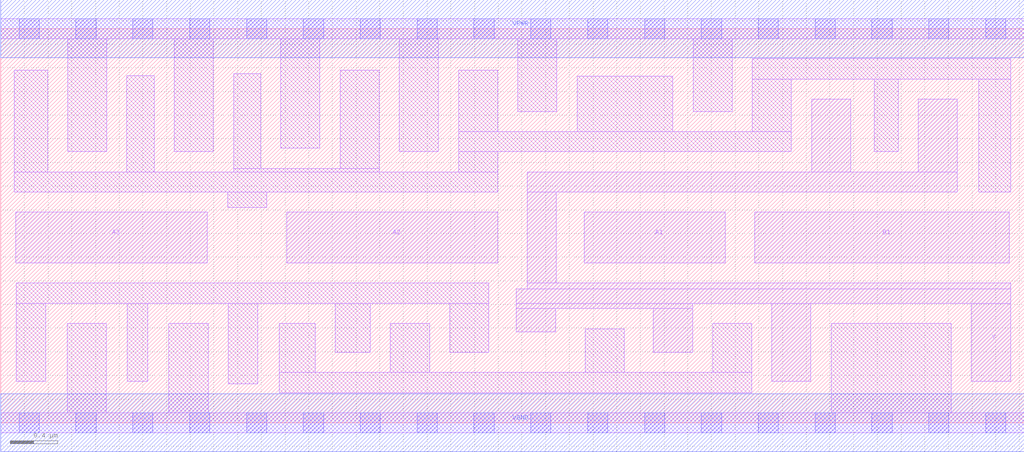
<source format=lef>
# Copyright 2020 The SkyWater PDK Authors
#
# Licensed under the Apache License, Version 2.0 (the "License");
# you may not use this file except in compliance with the License.
# You may obtain a copy of the License at
#
#     https://www.apache.org/licenses/LICENSE-2.0
#
# Unless required by applicable law or agreed to in writing, software
# distributed under the License is distributed on an "AS IS" BASIS,
# WITHOUT WARRANTIES OR CONDITIONS OF ANY KIND, either express or implied.
# See the License for the specific language governing permissions and
# limitations under the License.
#
# SPDX-License-Identifier: Apache-2.0

VERSION 5.7 ;
  NAMESCASESENSITIVE ON ;
  NOWIREEXTENSIONATPIN ON ;
  DIVIDERCHAR "/" ;
  BUSBITCHARS "[]" ;
UNITS
  DATABASE MICRONS 200 ;
END UNITS
MACRO sky130_fd_sc_ms__a31oi_4
  CLASS CORE ;
  SOURCE USER ;
  FOREIGN sky130_fd_sc_ms__a31oi_4 ;
  ORIGIN  0.000000  0.000000 ;
  SIZE  8.640000 BY  3.330000 ;
  SYMMETRY X Y ;
  SITE unit ;
  PIN A1
    ANTENNAGATEAREA  1.250400 ;
    DIRECTION INPUT ;
    USE SIGNAL ;
    PORT
      LAYER li1 ;
        RECT 4.925000 1.350000 6.115000 1.780000 ;
    END
  END A1
  PIN A2
    ANTENNAGATEAREA  1.250400 ;
    DIRECTION INPUT ;
    USE SIGNAL ;
    PORT
      LAYER li1 ;
        RECT 2.415000 1.350000 4.195000 1.780000 ;
    END
  END A2
  PIN A3
    ANTENNAGATEAREA  1.250400 ;
    DIRECTION INPUT ;
    USE SIGNAL ;
    PORT
      LAYER li1 ;
        RECT 0.125000 1.350000 1.745000 1.780000 ;
    END
  END A3
  PIN B1
    ANTENNAGATEAREA  1.028400 ;
    DIRECTION INPUT ;
    USE SIGNAL ;
    PORT
      LAYER li1 ;
        RECT 6.365000 1.350000 8.515000 1.780000 ;
    END
  END B1
  PIN Y
    ANTENNADIFFAREA  1.554150 ;
    DIRECTION OUTPUT ;
    USE SIGNAL ;
    PORT
      LAYER li1 ;
        RECT 4.350000 0.770000 4.685000 0.965000 ;
        RECT 4.350000 0.965000 5.840000 1.010000 ;
        RECT 4.350000 1.010000 8.525000 1.130000 ;
        RECT 4.445000 1.130000 8.525000 1.180000 ;
        RECT 4.445000 1.180000 4.690000 1.950000 ;
        RECT 4.445000 1.950000 8.075000 2.120000 ;
        RECT 5.510000 0.595000 5.840000 0.965000 ;
        RECT 6.510000 0.350000 6.840000 1.010000 ;
        RECT 6.845000 2.120000 7.175000 2.735000 ;
        RECT 7.745000 2.120000 8.075000 2.735000 ;
        RECT 8.195000 0.350000 8.525000 1.010000 ;
    END
  END Y
  PIN VGND
    DIRECTION INOUT ;
    USE GROUND ;
    PORT
      LAYER met1 ;
        RECT 0.000000 -0.245000 8.640000 0.245000 ;
    END
  END VGND
  PIN VPWR
    DIRECTION INOUT ;
    USE POWER ;
    PORT
      LAYER met1 ;
        RECT 0.000000 3.085000 8.640000 3.575000 ;
    END
  END VPWR
  OBS
    LAYER li1 ;
      RECT 0.000000 -0.085000 8.640000 0.085000 ;
      RECT 0.000000  3.245000 8.640000 3.415000 ;
      RECT 0.115000  1.950000 4.195000 2.120000 ;
      RECT 0.115000  2.120000 0.395000 2.980000 ;
      RECT 0.130000  0.350000 0.380000 1.010000 ;
      RECT 0.130000  1.010000 4.120000 1.180000 ;
      RECT 0.560000  0.085000 0.890000 0.840000 ;
      RECT 0.565000  2.290000 0.895000 3.245000 ;
      RECT 1.065000  2.120000 1.295000 2.935000 ;
      RECT 1.070000  0.350000 1.240000 1.010000 ;
      RECT 1.420000  0.085000 1.750000 0.840000 ;
      RECT 1.465000  2.290000 1.795000 3.245000 ;
      RECT 1.915000  1.820000 2.245000 1.950000 ;
      RECT 1.920000  0.330000 2.170000 1.010000 ;
      RECT 1.965000  2.120000 3.195000 2.150000 ;
      RECT 1.965000  2.150000 2.195000 2.950000 ;
      RECT 2.350000  0.255000 6.340000 0.425000 ;
      RECT 2.350000  0.425000 2.655000 0.840000 ;
      RECT 2.365000  2.320000 2.695000 3.245000 ;
      RECT 2.825000  0.595000 3.120000 1.010000 ;
      RECT 2.865000  2.150000 3.195000 2.980000 ;
      RECT 3.290000  0.425000 3.620000 0.840000 ;
      RECT 3.365000  2.290000 3.695000 3.245000 ;
      RECT 3.790000  0.595000 4.120000 1.010000 ;
      RECT 3.865000  2.120000 4.195000 2.290000 ;
      RECT 3.865000  2.290000 6.675000 2.460000 ;
      RECT 3.865000  2.460000 4.195000 2.980000 ;
      RECT 4.365000  2.630000 4.695000 3.245000 ;
      RECT 4.865000  2.460000 5.675000 2.930000 ;
      RECT 4.935000  0.425000 5.265000 0.795000 ;
      RECT 5.845000  2.630000 6.175000 3.245000 ;
      RECT 6.010000  0.425000 6.340000 0.840000 ;
      RECT 6.345000  2.460000 6.675000 2.905000 ;
      RECT 6.345000  2.905000 8.525000 3.075000 ;
      RECT 7.010000  0.085000 8.025000 0.840000 ;
      RECT 7.375000  2.290000 7.575000 2.905000 ;
      RECT 8.255000  1.950000 8.525000 2.905000 ;
    LAYER mcon ;
      RECT 0.155000 -0.085000 0.325000 0.085000 ;
      RECT 0.155000  3.245000 0.325000 3.415000 ;
      RECT 0.635000 -0.085000 0.805000 0.085000 ;
      RECT 0.635000  3.245000 0.805000 3.415000 ;
      RECT 1.115000 -0.085000 1.285000 0.085000 ;
      RECT 1.115000  3.245000 1.285000 3.415000 ;
      RECT 1.595000 -0.085000 1.765000 0.085000 ;
      RECT 1.595000  3.245000 1.765000 3.415000 ;
      RECT 2.075000 -0.085000 2.245000 0.085000 ;
      RECT 2.075000  3.245000 2.245000 3.415000 ;
      RECT 2.555000 -0.085000 2.725000 0.085000 ;
      RECT 2.555000  3.245000 2.725000 3.415000 ;
      RECT 3.035000 -0.085000 3.205000 0.085000 ;
      RECT 3.035000  3.245000 3.205000 3.415000 ;
      RECT 3.515000 -0.085000 3.685000 0.085000 ;
      RECT 3.515000  3.245000 3.685000 3.415000 ;
      RECT 3.995000 -0.085000 4.165000 0.085000 ;
      RECT 3.995000  3.245000 4.165000 3.415000 ;
      RECT 4.475000 -0.085000 4.645000 0.085000 ;
      RECT 4.475000  3.245000 4.645000 3.415000 ;
      RECT 4.955000 -0.085000 5.125000 0.085000 ;
      RECT 4.955000  3.245000 5.125000 3.415000 ;
      RECT 5.435000 -0.085000 5.605000 0.085000 ;
      RECT 5.435000  3.245000 5.605000 3.415000 ;
      RECT 5.915000 -0.085000 6.085000 0.085000 ;
      RECT 5.915000  3.245000 6.085000 3.415000 ;
      RECT 6.395000 -0.085000 6.565000 0.085000 ;
      RECT 6.395000  3.245000 6.565000 3.415000 ;
      RECT 6.875000 -0.085000 7.045000 0.085000 ;
      RECT 6.875000  3.245000 7.045000 3.415000 ;
      RECT 7.355000 -0.085000 7.525000 0.085000 ;
      RECT 7.355000  3.245000 7.525000 3.415000 ;
      RECT 7.835000 -0.085000 8.005000 0.085000 ;
      RECT 7.835000  3.245000 8.005000 3.415000 ;
      RECT 8.315000 -0.085000 8.485000 0.085000 ;
      RECT 8.315000  3.245000 8.485000 3.415000 ;
  END
END sky130_fd_sc_ms__a31oi_4

</source>
